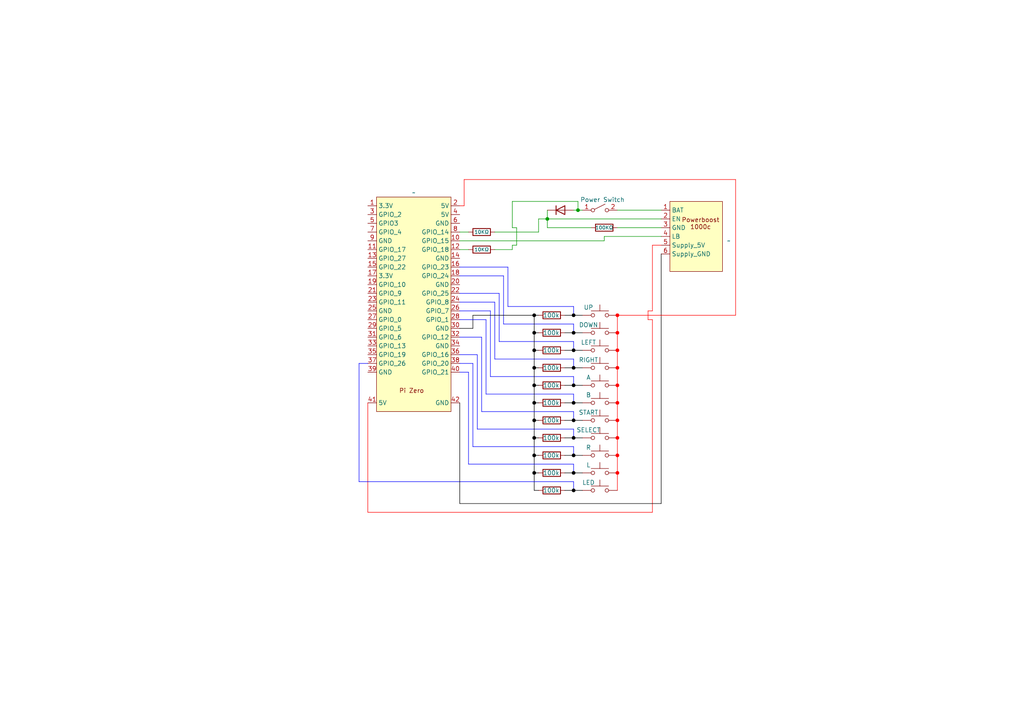
<source format=kicad_sch>
(kicad_sch (version 20231120) (generator "eeschema") (generator_version "8.0")
  (paper "A4")
  (lib_symbols
    (symbol "Device:D" (pin_numbers hide) (pin_names (offset 1.016) hide)
      (property "Reference" "D" (at 0 2.54 0))
      (property "Value" "D" (at 0 -2.54 0))
      (symbol "D_0_1"
        (polyline (pts (xy -1.27 1.27) (xy -1.27 -1.27)) (stroke (width 0.254)))
        (polyline (pts (xy 1.27 0) (xy -1.27 0)))
        (polyline (pts (xy 1.27 1.27) (xy 1.27 -1.27) (xy -1.27 0) (xy 1.27 1.27)) (stroke (width 0.254)))
      )
      (symbol "D_1_1"
        (pin passive line (at -3.81 0 0) (length 2.54) (name "K") (number "1"))
        (pin passive line (at 3.81 0 180) (length 2.54) (name "A") (number "2"))
      )
    )
    (symbol "Device:R" (pin_numbers hide) (pin_names (offset 0))
      (property "Reference" "R" (at 2.032 0 90))
      (property "Value" "R" (at 0 0 90))
      (symbol "R_0_1"
        (rectangle (start -1.016 -2.54) (end 1.016 2.54) (stroke (width 0.254)))
      )
      (symbol "R_1_1"
        (pin passive line (at 0 3.81 270) (length 1.27) (name "~") (number "1"))
        (pin passive line (at 0 -3.81 90) (length 1.27) (name "~") (number "2"))
      )
    )
    (symbol "Switch:SW_DPST_x2" (pin_names (offset 0) hide)
      (property "Reference" "SW" (at 0 3.175 0))
      (property "Value" "SW_DPST_x2" (at 0 -2.54 0))
      (symbol "SW_DPST_x2_0_0"
        (circle (center -2.032 0) (radius 0.508))
        (polyline (pts (xy -1.524 0.254) (xy 1.524 1.778)))
        (circle (center 2.032 0) (radius 0.508))
      )
      (symbol "SW_DPST_x2_1_1"
        (pin passive line (at -5.08 0 0) (length 2.54) (name "A") (number "1"))
        (pin passive line (at 5.08 0 180) (length 2.54) (name "B") (number "2"))
      )
      (symbol "SW_DPST_x2_2_1"
        (pin passive line (at -5.08 0 0) (length 2.54) (name "A") (number "3"))
        (pin passive line (at 5.08 0 180) (length 2.54) (name "B") (number "4"))
      )
    )
    (symbol "Switch:SW_Push" (pin_numbers hide) (pin_names (offset 1.016) hide)
      (property "Reference" "SW" (at 1.27 2.54 0))
      (property "Value" "SW_Push" (at 0 -1.524 0))
      (symbol "SW_Push_0_1"
        (circle (center -2.032 0) (radius 0.508))
        (polyline (pts (xy 0 1.27) (xy 0 3.048)))
        (polyline (pts (xy 2.54 1.27) (xy -2.54 1.27)))
        (circle (center 2.032 0) (radius 0.508))
        (pin passive line (at -5.08 0 0) (length 2.54) (name "1") (number "1"))
        (pin passive line (at 5.08 0 180) (length 2.54) (name "2") (number "2"))
      )
    )
    (symbol "gamepi_sp:pi_zero"
      (property "Reference" "U" (at 0 0 0))
      (symbol "pi_zero_1_1"
        (rectangle (start 0 16.51) (end 21.59 -45.72) (fill (type background)))
        (text "Pi Zero" (at 10.16 -39.624 0) (effects (font (size 1.27 1.27))))
        (pin power_out line (at -2.54 13.97 0) (length 2.54) (name "3.3V") (number "1"))
        (pin bidirectional line (at 24.13 3.81 180) (length 2.54) (name "GPIO_15") (number "10"))
        (pin bidirectional line (at -2.54 1.27 0) (length 2.54) (name "GPIO_17") (number "11"))
        (pin bidirectional line (at 24.13 1.27 180) (length 2.54) (name "GPIO_18") (number "12"))
        (pin bidirectional line (at -2.54 -1.27 0) (length 2.54) (name "GPIO_27") (number "13"))
        (pin power_in line (at 24.13 -1.27 180) (length 2.54) (name "GND") (number "14"))
        (pin bidirectional line (at -2.54 -3.81 0) (length 2.54) (name "GPIO_22") (number "15"))
        (pin bidirectional line (at 24.13 -3.81 180) (length 2.54) (name "GPIO_23") (number "16"))
        (pin power_out line (at -2.54 -6.35 0) (length 2.54) (name "3.3V") (number "17"))
        (pin bidirectional line (at 24.13 -6.35 180) (length 2.54) (name "GPIO_24") (number "18"))
        (pin bidirectional line (at -2.54 -8.89 0) (length 2.54) (name "GPIO_10") (number "19"))
        (pin power_out line (at 24.13 13.97 180) (length 2.54) (name "5V") (number "2"))
        (pin power_in line (at 24.13 -8.89 180) (length 2.54) (name "GND") (number "20"))
        (pin bidirectional line (at -2.54 -11.43 0) (length 2.54) (name "GPIO_9") (number "21"))
        (pin bidirectional line (at 24.13 -11.43 180) (length 2.54) (name "GPIO_25") (number "22"))
        (pin bidirectional line (at -2.54 -13.97 0) (length 2.54) (name "GPIO_11") (number "23"))
        (pin bidirectional line (at 24.13 -13.97 180) (length 2.54) (name "GPIO_8") (number "24"))
        (pin power_in line (at -2.54 -16.51 0) (length 2.54) (name "GND") (number "25"))
        (pin bidirectional line (at 24.13 -16.51 180) (length 2.54) (name "GPIO_7") (number "26"))
        (pin bidirectional line (at -2.54 -19.05 0) (length 2.54) (name "GPIO_0") (number "27"))
        (pin bidirectional line (at 24.13 -19.05 180) (length 2.54) (name "GPIO_1") (number "28"))
        (pin bidirectional line (at -2.54 -21.59 0) (length 2.54) (name "GPIO_5") (number "29"))
        (pin bidirectional line (at -2.54 11.43 0) (length 2.54) (name "GPIO_2") (number "3"))
        (pin power_in line (at 24.13 -21.59 180) (length 2.54) (name "GND") (number "30"))
        (pin bidirectional line (at -2.54 -24.13 0) (length 2.54) (name "GPIO_6") (number "31"))
        (pin bidirectional line (at 24.13 -24.13 180) (length 2.54) (name "GPIO_12") (number "32"))
        (pin bidirectional line (at -2.54 -26.67 0) (length 2.54) (name "GPIO_13") (number "33"))
        (pin power_in line (at 24.13 -26.67 180) (length 2.54) (name "GND") (number "34"))
        (pin bidirectional line (at -2.54 -29.21 0) (length 2.54) (name "GPIO_19") (number "35"))
        (pin bidirectional line (at 24.13 -29.21 180) (length 2.54) (name "GPIO_16") (number "36"))
        (pin bidirectional line (at -2.54 -31.75 0) (length 2.54) (name "GPIO_26") (number "37"))
        (pin bidirectional line (at 24.13 -31.75 180) (length 2.54) (name "GPIO_20") (number "38"))
        (pin power_in line (at -2.54 -34.29 0) (length 2.54) (name "GND") (number "39"))
        (pin power_out line (at 24.13 11.43 180) (length 2.54) (name "5V") (number "4"))
        (pin bidirectional line (at 24.13 -34.29 180) (length 2.54) (name "GPIO_21") (number "40"))
        (pin power_in line (at -2.54 -43.18 0) (length 2.54) (name "5V") (number "41"))
        (pin power_in line (at 24.13 -43.18 180) (length 2.54) (name "GND") (number "42"))
        (pin bidirectional line (at -2.54 8.89 0) (length 2.54) (name "GPIO3") (number "5"))
        (pin power_in line (at 24.13 8.89 180) (length 2.54) (name "GND") (number "6"))
        (pin bidirectional line (at -2.54 6.35 0) (length 2.54) (name "GPIO_4") (number "7"))
        (pin bidirectional line (at 24.13 6.35 180) (length 2.54) (name "GPIO_14") (number "8"))
        (pin power_in line (at -2.54 3.81 0) (length 2.54) (name "GND") (number "9"))
      )
    )
    (symbol "gamepi_sp:powerboost_1000C"
      (property "Reference" "U" (at 0 0 0))
      (symbol "powerboost_1000C_1_1"
        (rectangle (start 0 6.35) (end 15.24 -13.97) (fill (type background)))
        (text "Powerboost\n1000c" (at 8.89 0 0) (effects (font (size 1.27 1.27))))
        (pin bidirectional line (at -2.54 3.81 0) (length 2.54) (name "BAT") (number "1"))
        (pin input line (at -2.54 1.27 0) (length 2.54) (name "EN") (number "2"))
        (pin bidirectional line (at -2.54 -1.27 0) (length 2.54) (name "GND") (number "3"))
        (pin output line (at -2.54 -3.81 0) (length 2.54) (name "LB") (number "4"))
        (pin power_out line (at -2.54 -6.35 0) (length 2.54) (name "Supply_5V") (number "5"))
        (pin power_in line (at -2.54 -8.89 0) (length 2.54) (name "Supply_GND") (number "6"))
      )
    )
  )
  (junction (at 166.37 91.44) (color 0 0 0 1))
  (junction (at 179.07 96.52) (color 255 0 0 1))
  (junction (at 154.94 132.08) (color 0 0 0 1))
  (junction (at 154.94 106.68) (color 0 0 0 1))
  (junction (at 166.37 116.84) (color 0 0 0 1))
  (junction (at 154.94 137.16) (color 0 0 0 1))
  (junction (at 179.07 111.76) (color 255 0 0 1))
  (junction (at 166.37 106.68) (color 0 0 0 1))
  (junction (at 166.37 137.16) (color 0 0 0 1))
  (junction (at 154.94 96.52) (color 0 0 0 1))
  (junction (at 166.37 127) (color 0 0 0 1))
  (junction (at 179.07 121.92) (color 255 0 0 1))
  (junction (at 179.07 106.68) (color 255 0 0 1))
  (junction (at 179.07 91.44) (color 255 0 0 1))
  (junction (at 154.94 101.6) (color 0 0 0 1))
  (junction (at 166.37 111.76) (color 0 0 0 1))
  (junction (at 166.37 142.24) (color 0 0 0 1))
  (junction (at 154.94 116.84) (color 0 0 0 1))
  (junction (at 166.37 132.08) (color 0 0 0 1))
  (junction (at 154.94 111.76) (color 0 0 0 1))
  (junction (at 179.07 101.6) (color 255 0 0 1))
  (junction (at 179.07 132.08) (color 255 0 0 1))
  (junction (at 154.94 91.44) (color 0 0 0 1))
  (junction (at 179.07 116.84) (color 255 0 0 1))
  (junction (at 158.75 63.5))
  (junction (at 166.37 96.52) (color 0 0 0 1))
  (junction (at 179.07 137.16) (color 255 0 0 1))
  (junction (at 166.37 101.6) (color 0 0 0 1))
  (junction (at 166.37 121.92) (color 0 0 0 1))
  (junction (at 179.07 127) (color 255 0 0 1))
  (junction (at 154.94 121.92) (color 0 0 0 1))
  (junction (at 154.94 127) (color 0 0 0 1))
  (junction (at 167.64 60.96))
  (wire (pts (xy 154.94 121.92) (xy 154.94 116.84)) (stroke (width 0) (color 0 0 0 1)))
  (wire (pts (xy 149.86 71.12) (xy 149.86 66.04)))
  (wire (pts (xy 166.37 129.54) (xy 166.37 132.08)) (stroke (width 0) (color 0 0 255 1)))
  (wire (pts (xy 166.37 93.98) (xy 166.37 96.52)) (stroke (width 0) (color 0 0 255 1)))
  (wire (pts (xy 133.35 72.39) (xy 135.89 72.39)))
  (wire (pts (xy 166.37 137.16) (xy 168.91 137.16)) (stroke (width 0) (color 0 0 0 1)))
  (wire (pts (xy 154.94 106.68) (xy 154.94 101.6)) (stroke (width 0) (color 0 0 0 1)))
  (wire (pts (xy 104.14 139.7) (xy 104.14 105.41)) (stroke (width 0) (color 0 0 255 1)))
  (wire (pts (xy 166.37 93.98) (xy 146.05 93.98)) (stroke (width 0) (color 0 0 255 1)))
  (wire (pts (xy 175.26 68.58) (xy 191.77 68.58)))
  (wire (pts (xy 133.35 67.31) (xy 135.89 67.31)))
  (wire (pts (xy 147.32 88.9) (xy 147.32 77.47)) (stroke (width 0) (color 0 0 255 1)))
  (wire (pts (xy 154.94 116.84) (xy 154.94 111.76)) (stroke (width 0) (color 0 0 0 1)))
  (wire (pts (xy 163.83 121.92) (xy 166.37 121.92)) (stroke (width 0) (color 0 0 0 1)))
  (wire (pts (xy 189.23 90.17) (xy 187.96 90.17)) (stroke (width 0) (color 255 0 0 1)))
  (wire (pts (xy 143.51 104.14) (xy 143.51 87.63)) (stroke (width 0) (color 0 0 255 1)))
  (wire (pts (xy 166.37 129.54) (xy 137.16 129.54)) (stroke (width 0) (color 0 0 255 1)))
  (wire (pts (xy 154.94 127) (xy 156.21 127)) (stroke (width 0) (color 0 0 0 1)))
  (wire (pts (xy 166.37 134.62) (xy 166.37 137.16)) (stroke (width 0) (color 0 0 255 1)))
  (wire (pts (xy 154.94 132.08) (xy 154.94 137.16)) (stroke (width 0) (color 0 0 0 1)))
  (wire (pts (xy 135.89 107.95) (xy 133.35 107.95)) (stroke (width 0) (color 0 0 255 1)))
  (wire (pts (xy 154.94 111.76) (xy 154.94 106.68)) (stroke (width 0) (color 0 0 0 1)))
  (wire (pts (xy 166.37 134.62) (xy 135.89 134.62)) (stroke (width 0) (color 0 0 255 1)))
  (wire (pts (xy 166.37 119.38) (xy 139.7 119.38)) (stroke (width 0) (color 0 0 255 1)))
  (wire (pts (xy 179.07 60.96) (xy 191.77 60.96)))
  (wire (pts (xy 179.07 91.44) (xy 179.07 96.52)) (stroke (width 0) (color 255 0 0 1)))
  (wire (pts (xy 138.43 102.87) (xy 133.35 102.87)) (stroke (width 0) (color 0 0 255 1)))
  (wire (pts (xy 166.37 109.22) (xy 166.37 111.76)) (stroke (width 0) (color 0 0 255 1)))
  (wire (pts (xy 179.07 106.68) (xy 179.07 111.76)) (stroke (width 0) (color 255 0 0 1)))
  (wire (pts (xy 148.59 66.04) (xy 148.59 58.42)))
  (wire (pts (xy 166.37 104.14) (xy 143.51 104.14)) (stroke (width 0) (color 0 0 255 1)))
  (wire (pts (xy 135.89 134.62) (xy 135.89 107.95)) (stroke (width 0) (color 0 0 255 1)))
  (wire (pts (xy 167.64 58.42) (xy 167.64 60.96)))
  (wire (pts (xy 137.16 105.41) (xy 133.35 105.41)) (stroke (width 0) (color 0 0 255 1)))
  (wire (pts (xy 139.7 97.79) (xy 133.35 97.79)) (stroke (width 0) (color 0 0 255 1)))
  (wire (pts (xy 163.83 96.52) (xy 166.37 96.52)) (stroke (width 0) (color 0 0 0 1)))
  (wire (pts (xy 166.37 119.38) (xy 166.37 121.92)) (stroke (width 0) (color 0 0 255 1)))
  (wire (pts (xy 156.21 91.44) (xy 154.94 91.44)) (stroke (width 0) (color 0 0 0 1)))
  (wire (pts (xy 166.37 101.6) (xy 168.91 101.6)) (stroke (width 0) (color 0 0 0 1)))
  (wire (pts (xy 146.05 80.01) (xy 133.35 80.01)) (stroke (width 0) (color 0 0 255 1)))
  (wire (pts (xy 154.94 101.6) (xy 156.21 101.6)) (stroke (width 0) (color 0 0 0 1)))
  (wire (pts (xy 166.37 99.06) (xy 144.78 99.06)) (stroke (width 0) (color 0 0 255 1)))
  (wire (pts (xy 144.78 99.06) (xy 144.78 85.09)) (stroke (width 0) (color 0 0 255 1)))
  (wire (pts (xy 166.37 91.44) (xy 166.37 88.9)) (stroke (width 0) (color 0 0 255 1)))
  (wire (pts (xy 179.07 127) (xy 179.07 132.08)) (stroke (width 0) (color 255 0 0 1)))
  (wire (pts (xy 179.07 111.76) (xy 179.07 116.84)) (stroke (width 0) (color 255 0 0 1)))
  (wire (pts (xy 104.14 139.7) (xy 166.37 139.7)) (stroke (width 0) (color 0 0 255 1)))
  (wire (pts (xy 154.94 91.44) (xy 137.16 91.44)) (stroke (width 0) (color 0 0 0 1)))
  (wire (pts (xy 175.26 68.58) (xy 175.26 69.85)))
  (wire (pts (xy 213.36 52.07) (xy 213.36 91.44)) (stroke (width 0) (color 255 0 0 1)))
  (wire (pts (xy 134.62 52.07) (xy 213.36 52.07)) (stroke (width 0) (color 255 0 0 1)))
  (wire (pts (xy 166.37 91.44) (xy 168.91 91.44)) (stroke (width 0) (color 0 0 0 1)))
  (wire (pts (xy 163.83 137.16) (xy 166.37 137.16)) (stroke (width 0) (color 0 0 0 1)))
  (wire (pts (xy 166.37 142.24) (xy 168.91 142.24)) (stroke (width 0) (color 0 0 0 1)))
  (wire (pts (xy 179.07 101.6) (xy 179.07 106.68)) (stroke (width 0) (color 255 0 0 1)))
  (wire (pts (xy 143.51 87.63) (xy 133.35 87.63)) (stroke (width 0) (color 0 0 255 1)))
  (wire (pts (xy 142.24 109.22) (xy 142.24 90.17)) (stroke (width 0) (color 0 0 255 1)))
  (wire (pts (xy 179.07 121.92) (xy 179.07 127)) (stroke (width 0) (color 255 0 0 1)))
  (wire (pts (xy 138.43 124.46) (xy 138.43 102.87)) (stroke (width 0) (color 0 0 255 1)))
  (wire (pts (xy 156.21 137.16) (xy 154.94 137.16)) (stroke (width 0) (color 0 0 0 1)))
  (wire (pts (xy 166.37 124.46) (xy 166.37 127)) (stroke (width 0) (color 0 0 255 1)))
  (wire (pts (xy 179.07 132.08) (xy 179.07 137.16)) (stroke (width 0) (color 255 0 0 1)))
  (wire (pts (xy 154.94 101.6) (xy 154.94 96.52)) (stroke (width 0) (color 0 0 0 1)))
  (wire (pts (xy 163.83 91.44) (xy 166.37 91.44)) (stroke (width 0) (color 0 0 0 1)))
  (wire (pts (xy 166.37 60.96) (xy 167.64 60.96)))
  (wire (pts (xy 166.37 109.22) (xy 142.24 109.22)) (stroke (width 0) (color 0 0 255 1)))
  (wire (pts (xy 187.96 92.71) (xy 189.23 92.71)) (stroke (width 0) (color 255 0 0 1)))
  (wire (pts (xy 154.94 142.24) (xy 154.94 137.16)) (stroke (width 0) (color 0 0 0 1)))
  (wire (pts (xy 189.23 92.71) (xy 189.23 148.59)) (stroke (width 0) (color 255 0 0 1)))
  (wire (pts (xy 166.37 111.76) (xy 168.91 111.76)) (stroke (width 0) (color 0 0 0 1)))
  (wire (pts (xy 171.45 66.04) (xy 158.75 66.04)))
  (wire (pts (xy 154.94 111.76) (xy 156.21 111.76)) (stroke (width 0) (color 0 0 0 1)))
  (wire (pts (xy 154.94 121.92) (xy 156.21 121.92)) (stroke (width 0) (color 0 0 0 1)))
  (wire (pts (xy 154.94 127) (xy 154.94 121.92)) (stroke (width 0) (color 0 0 0 1)))
  (wire (pts (xy 154.94 127) (xy 154.94 132.08)) (stroke (width 0) (color 0 0 0 1)))
  (wire (pts (xy 187.96 90.17) (xy 187.96 92.71)) (stroke (width 0) (color 255 0 0 1)))
  (wire (pts (xy 156.21 67.31) (xy 156.21 63.5)))
  (wire (pts (xy 154.94 96.52) (xy 156.21 96.52)) (stroke (width 0) (color 0 0 0 1)))
  (wire (pts (xy 146.05 93.98) (xy 146.05 80.01)) (stroke (width 0) (color 0 0 255 1)))
  (wire (pts (xy 149.86 66.04) (xy 148.59 66.04)))
  (wire (pts (xy 137.16 129.54) (xy 137.16 105.41)) (stroke (width 0) (color 0 0 255 1)))
  (wire (pts (xy 191.77 71.12) (xy 189.23 71.12)) (stroke (width 0) (color 255 0 0 1)))
  (wire (pts (xy 179.07 96.52) (xy 179.07 101.6)) (stroke (width 0) (color 255 0 0 1)))
  (wire (pts (xy 179.07 137.16) (xy 179.07 142.24)) (stroke (width 0) (color 255 0 0 1)))
  (wire (pts (xy 104.14 105.41) (xy 106.68 105.41)) (stroke (width 0) (color 0 0 255 1)))
  (wire (pts (xy 189.23 71.12) (xy 189.23 90.17)) (stroke (width 0) (color 255 0 0 1)))
  (wire (pts (xy 158.75 63.5) (xy 158.75 66.04)))
  (wire (pts (xy 142.24 90.17) (xy 133.35 90.17)) (stroke (width 0) (color 0 0 255 1)))
  (wire (pts (xy 191.77 146.05) (xy 133.35 146.05)) (stroke (width 0) (color 0 0 0 1)))
  (wire (pts (xy 191.77 73.66) (xy 191.77 146.05)) (stroke (width 0) (color 0 0 0 1)))
  (wire (pts (xy 166.37 124.46) (xy 138.43 124.46)) (stroke (width 0) (color 0 0 255 1)))
  (wire (pts (xy 179.07 116.84) (xy 179.07 121.92)) (stroke (width 0) (color 255 0 0 1)))
  (wire (pts (xy 166.37 106.68) (xy 168.91 106.68)) (stroke (width 0) (color 0 0 0 1)))
  (wire (pts (xy 137.16 95.25) (xy 133.35 95.25)) (stroke (width 0) (color 0 0 0 1)))
  (wire (pts (xy 213.36 91.44) (xy 179.07 91.44)) (stroke (width 0) (color 255 0 0 1)))
  (wire (pts (xy 143.51 72.39) (xy 148.59 72.39)))
  (wire (pts (xy 148.59 58.42) (xy 167.64 58.42)))
  (wire (pts (xy 166.37 114.3) (xy 166.37 116.84)) (stroke (width 0) (color 0 0 255 1)))
  (wire (pts (xy 179.07 66.04) (xy 191.77 66.04)))
  (wire (pts (xy 166.37 88.9) (xy 147.32 88.9)) (stroke (width 0) (color 0 0 255 1)))
  (wire (pts (xy 166.37 121.92) (xy 168.91 121.92)) (stroke (width 0) (color 0 0 0 1)))
  (wire (pts (xy 189.23 148.59) (xy 106.68 148.59)) (stroke (width 0) (color 255 0 0 1)))
  (wire (pts (xy 154.94 116.84) (xy 156.21 116.84)) (stroke (width 0) (color 0 0 0 1)))
  (wire (pts (xy 166.37 104.14) (xy 166.37 106.68)) (stroke (width 0) (color 0 0 255 1)))
  (wire (pts (xy 166.37 139.7) (xy 166.37 142.24)) (stroke (width 0) (color 0 0 255 1)))
  (wire (pts (xy 154.94 96.52) (xy 154.94 91.44)) (stroke (width 0) (color 0 0 0 1)))
  (wire (pts (xy 156.21 142.24) (xy 154.94 142.24)) (stroke (width 0) (color 0 0 0 1)))
  (wire (pts (xy 163.83 111.76) (xy 166.37 111.76)) (stroke (width 0) (color 0 0 0 1)))
  (wire (pts (xy 166.37 116.84) (xy 168.91 116.84)) (stroke (width 0) (color 0 0 0 1)))
  (wire (pts (xy 140.97 114.3) (xy 140.97 92.71)) (stroke (width 0) (color 0 0 255 1)))
  (wire (pts (xy 134.62 59.69) (xy 134.62 52.07)) (stroke (width 0) (color 255 0 0 1)))
  (wire (pts (xy 148.59 72.39) (xy 148.59 71.12)))
  (wire (pts (xy 163.83 116.84) (xy 166.37 116.84)) (stroke (width 0) (color 0 0 0 1)))
  (wire (pts (xy 167.64 60.96) (xy 168.91 60.96)))
  (wire (pts (xy 166.37 127) (xy 168.91 127)) (stroke (width 0) (color 0 0 0 1)))
  (wire (pts (xy 163.83 101.6) (xy 166.37 101.6)) (stroke (width 0) (color 0 0 0 1)))
  (wire (pts (xy 166.37 96.52) (xy 168.91 96.52)) (stroke (width 0) (color 0 0 0 1)))
  (wire (pts (xy 139.7 119.38) (xy 139.7 97.79)) (stroke (width 0) (color 0 0 255 1)))
  (wire (pts (xy 148.59 71.12) (xy 149.86 71.12)))
  (wire (pts (xy 140.97 92.71) (xy 133.35 92.71)) (stroke (width 0) (color 0 0 255 1)))
  (wire (pts (xy 144.78 85.09) (xy 133.35 85.09)) (stroke (width 0) (color 0 0 255 1)))
  (wire (pts (xy 175.26 69.85) (xy 133.35 69.85)))
  (wire (pts (xy 156.21 63.5) (xy 158.75 63.5)))
  (wire (pts (xy 166.37 99.06) (xy 166.37 101.6)) (stroke (width 0) (color 0 0 255 1)))
  (wire (pts (xy 147.32 77.47) (xy 133.35 77.47)) (stroke (width 0) (color 0 0 255 1)))
  (wire (pts (xy 106.68 148.59) (xy 106.68 116.84)) (stroke (width 0) (color 255 0 0 1)))
  (wire (pts (xy 154.94 132.08) (xy 156.21 132.08)) (stroke (width 0) (color 0 0 0 1)))
  (wire (pts (xy 163.83 127) (xy 166.37 127)) (stroke (width 0) (color 0 0 0 1)))
  (wire (pts (xy 137.16 91.44) (xy 137.16 95.25)) (stroke (width 0) (color 0 0 0 1)))
  (wire (pts (xy 163.83 106.68) (xy 166.37 106.68)) (stroke (width 0) (color 0 0 0 1)))
  (wire (pts (xy 158.75 60.96) (xy 158.75 63.5)))
  (wire (pts (xy 158.75 63.5) (xy 191.77 63.5)))
  (wire (pts (xy 154.94 106.68) (xy 156.21 106.68)) (stroke (width 0) (color 0 0 0 1)))
  (wire (pts (xy 163.83 132.08) (xy 166.37 132.08)) (stroke (width 0) (color 0 0 0 1)))
  (wire (pts (xy 143.51 67.31) (xy 156.21 67.31)))
  (wire (pts (xy 134.62 59.69) (xy 133.35 59.69)) (stroke (width 0) (color 255 0 0 1)))
  (wire (pts (xy 163.83 142.24) (xy 166.37 142.24)) (stroke (width 0) (color 0 0 0 1)))
  (wire (pts (xy 166.37 114.3) (xy 140.97 114.3)) (stroke (width 0) (color 0 0 255 1)))
  (wire (pts (xy 133.35 146.05) (xy 133.35 116.84)) (stroke (width 0) (color 0 0 0 1)))
  (wire (pts (xy 166.37 132.08) (xy 168.91 132.08)) (stroke (width 0) (color 0 0 0 1)))
  (symbol (lib_id "Switch:SW_Push") (at 173.99 106.68 0) (unit 1)
    (property "Reference" "SW5" (effects (hide yes)))
    (property "Value" "RIGHT" (at 170.688 104.394 0))
    (property "Footprint" "Button_Switch_THT:SW_PUSH_6mm" (effects (hide yes)))
    (property "Description" "Push button switch, generic, two pins" (effects (hide yes)))
  )
  (symbol (lib_id "Device:R") (at 139.7 72.39 90) (unit 1)
    (property "Reference" "R3" (effects (hide yes)))
    (property "Value" "10KΩ" (at 139.7 72.39 90) (effects (font (size 1.016 1.016))))
    (property "Footprint" "Resistor_SMD:R_0201_0603Metric" (effects (hide yes)))
    (property "Description" "Resistor" (effects (hide yes)))
  )
  (symbol (lib_id "Switch:SW_Push") (at 173.99 101.6 0) (unit 1)
    (property "Reference" "SW4" (effects (hide yes)))
    (property "Value" "LEFT" (at 170.688 99.314 0))
    (property "Footprint" "Button_Switch_THT:SW_PUSH_6mm" (effects (hide yes)))
    (property "Description" "Push button switch, generic, two pins" (effects (hide yes)))
  )
  (symbol (lib_id "Switch:SW_Push") (at 173.99 96.52 0) (unit 1)
    (property "Reference" "SW3" (effects (hide yes)))
    (property "Value" "DOWN" (at 170.688 94.234 0))
    (property "Footprint" "Button_Switch_THT:SW_PUSH_6mm" (effects (hide yes)))
    (property "Description" "Push button switch, generic, two pins" (effects (hide yes)))
  )
  (symbol (lib_id "Device:D") (at 162.56 60.96 0) (unit 1)
    (property "Reference" "D1" (effects (hide yes)))
    (property "Value" "D" (effects (hide yes)))
    (property "Footprint" "Resistor_SMD:R_0201_0603Metric" (effects (hide yes)))
    (property "Description" "Diode" (effects (hide yes)))
    (property "Sim.Device" "D" (effects (hide yes)))
    (property "Sim.Pins" "1=K 2=A" (effects (hide yes)))
  )
  (symbol (lib_id "Switch:SW_Push") (at 173.99 127 0) (unit 1)
    (property "Reference" "SW9" (effects (hide yes)))
    (property "Value" "SELECT" (at 170.688 124.714 0))
    (property "Footprint" "Button_Switch_THT:SW_PUSH_6mm" (effects (hide yes)))
    (property "Description" "Push button switch, generic, two pins" (effects (hide yes)))
  )
  (symbol (lib_id "Device:R") (at 160.02 132.08 270) (unit 1)
    (property "Reference" "R13" (effects (hide yes)))
    (property "Value" "100k" (at 162.306 132.08 90) (effects (justify right)))
    (property "Footprint" "Resistor_SMD:R_0201_0603Metric" (effects (hide yes)))
    (property "Description" "Resistor" (effects (hide yes)))
  )
  (symbol (lib_id "Device:R") (at 160.02 96.52 270) (unit 1)
    (property "Reference" "R7" (effects (hide yes)))
    (property "Value" "100k" (at 162.306 96.52 90) (effects (justify right)))
    (property "Footprint" "Resistor_SMD:R_0201_0603Metric" (effects (hide yes)))
    (property "Description" "Resistor" (effects (hide yes)))
  )
  (symbol (lib_id "Device:R") (at 160.02 116.84 270) (unit 1)
    (property "Reference" "R10" (effects (hide yes)))
    (property "Value" "100k" (at 162.306 116.84 90) (effects (justify right)))
    (property "Footprint" "Resistor_SMD:R_0201_0603Metric" (effects (hide yes)))
    (property "Description" "Resistor" (effects (hide yes)))
  )
  (symbol (lib_id "Switch:SW_Push") (at 173.99 116.84 0) (unit 1)
    (property "Reference" "SW7" (effects (hide yes)))
    (property "Value" "B" (at 170.688 114.554 0))
    (property "Footprint" "Button_Switch_THT:SW_PUSH_6mm" (effects (hide yes)))
    (property "Description" "Push button switch, generic, two pins" (effects (hide yes)))
  )
  (symbol (lib_id "Device:R") (at 160.02 121.92 270) (unit 1)
    (property "Reference" "R9" (effects (hide yes)))
    (property "Value" "100k" (at 162.306 121.92 90) (effects (justify right)))
    (property "Footprint" "Resistor_SMD:R_0201_0603Metric" (effects (hide yes)))
    (property "Description" "Resistor" (effects (hide yes)))
  )
  (symbol (lib_id "Device:R") (at 139.7 67.31 90) (unit 1)
    (property "Reference" "R2" (effects (hide yes)))
    (property "Value" "10KΩ" (at 139.7 67.31 90) (effects (font (size 1.016 1.016))))
    (property "Footprint" "Resistor_SMD:R_0201_0603Metric" (effects (hide yes)))
    (property "Description" "Resistor" (effects (hide yes)))
  )
  (symbol (lib_id "Device:R") (at 160.02 106.68 270) (unit 1)
    (property "Reference" "R5" (effects (hide yes)))
    (property "Value" "100k" (at 162.306 106.68 90) (effects (justify right)))
    (property "Footprint" "Resistor_SMD:R_0201_0603Metric" (effects (hide yes)))
    (property "Description" "Resistor" (effects (hide yes)))
  )
  (symbol (lib_id "Switch:SW_Push") (at 173.99 132.08 0) (unit 1)
    (property "Reference" "SW10" (effects (hide yes)))
    (property "Value" "R" (at 170.688 129.794 0))
    (property "Footprint" "Button_Switch_THT:SW_PUSH_6mm" (effects (hide yes)))
    (property "Description" "Push button switch, generic, two pins" (effects (hide yes)))
  )
  (symbol (lib_id "Device:R") (at 160.02 101.6 270) (unit 1)
    (property "Reference" "R6" (effects (hide yes)))
    (property "Value" "100k" (at 162.306 101.6 90) (effects (justify right)))
    (property "Footprint" "Resistor_SMD:R_0201_0603Metric" (effects (hide yes)))
    (property "Description" "Resistor" (effects (hide yes)))
  )
  (symbol (lib_id "Switch:SW_Push") (at 173.99 91.44 0) (unit 1)
    (property "Reference" "SW2" (effects (hide yes)))
    (property "Value" "UP" (at 170.688 89.154 0))
    (property "Footprint" "Button_Switch_THT:SW_PUSH_6mm" (effects (hide yes)))
    (property "Description" "Push button switch, generic, two pins" (effects (hide yes)))
  )
  (symbol (lib_id "gamepi_sp:pi_zero") (at 109.22 73.66 0) (unit 1)
    (property "Reference" "U1" (effects (hide yes)))
    (property "Value" "~" (at 120.015 55.88 0))
    (property "Footprint" "gamepi_sp:pi_zero_pcb_pins" (effects (hide yes)))
  )
  (symbol (lib_id "Switch:SW_Push") (at 173.99 137.16 0) (unit 1)
    (property "Reference" "SW11" (effects (hide yes)))
    (property "Value" "L" (at 170.688 134.874 0))
    (property "Footprint" "Button_Switch_THT:SW_PUSH_6mm" (effects (hide yes)))
    (property "Description" "Push button switch, generic, two pins" (effects (hide yes)))
  )
  (symbol (lib_id "Device:R") (at 175.26 66.04 90) (unit 1)
    (property "Reference" "R1" (effects (hide yes)))
    (property "Value" "100KΩ" (at 175.26 66.04 90) (effects (font (size 1.016 1.016))))
    (property "Footprint" "Resistor_SMD:R_0201_0603Metric" (effects (hide yes)))
    (property "Description" "Resistor" (effects (hide yes)))
  )
  (symbol (lib_id "Switch:SW_Push") (at 173.99 111.76 0) (unit 1)
    (property "Reference" "SW6" (effects (hide yes)))
    (property "Value" "A" (at 170.688 109.474 0))
    (property "Footprint" "Button_Switch_THT:SW_PUSH_6mm" (effects (hide yes)))
    (property "Description" "Push button switch, generic, two pins" (effects (hide yes)))
  )
  (symbol (lib_id "Device:R") (at 160.02 127 270) (unit 1)
    (property "Reference" "R8" (effects (hide yes)))
    (property "Value" "100k" (at 162.306 127 90) (effects (justify right)))
    (property "Footprint" "Resistor_SMD:R_0201_0603Metric" (effects (hide yes)))
    (property "Description" "Resistor" (effects (hide yes)))
  )
  (symbol (lib_id "Switch:SW_Push") (at 173.99 121.92 0) (unit 1)
    (property "Reference" "SW8" (effects (hide yes)))
    (property "Value" "START" (at 170.688 119.634 0))
    (property "Footprint" "Button_Switch_THT:SW_PUSH_6mm" (effects (hide yes)))
    (property "Description" "Push button switch, generic, two pins" (effects (hide yes)))
  )
  (symbol (lib_id "Device:R") (at 160.02 91.44 270) (unit 1)
    (property "Reference" "R12" (effects (hide yes)))
    (property "Value" "100k" (at 162.306 91.44 90) (effects (justify right)))
    (property "Footprint" "Resistor_SMD:R_0201_0603Metric" (effects (hide yes)))
    (property "Description" "Resistor" (effects (hide yes)))
  )
  (symbol (lib_id "Device:R") (at 160.02 137.16 270) (unit 1)
    (property "Reference" "R14" (effects (hide yes)))
    (property "Value" "100k" (at 162.306 137.16 90) (effects (justify right)))
    (property "Footprint" "Resistor_SMD:R_0201_0603Metric" (effects (hide yes)))
    (property "Description" "Resistor" (effects (hide yes)))
  )
  (symbol (lib_id "Switch:SW_DPST_x2") (at 173.99 60.96 0) (unit 1)
    (property "Reference" "SW12" (effects (hide yes)))
    (property "Value" "Power Switch" (at 174.752 57.912 0))
    (property "Footprint" "Button_Switch_THT:SW_E-Switch_EG1271_SPDT" (effects (hide yes)))
    (property "Description" "Single Pole Single Throw (SPST) switch, separate symbol" (effects (hide yes)))
  )
  (symbol (lib_id "gamepi_sp:powerboost_1000C") (at 194.31 64.77 0) (unit 1)
    (property "Reference" "U2" (effects (hide yes)))
    (property "Value" "~" (at 210.82 69.85 0) (effects (justify left)))
    (property "Footprint" "gamepi_sp:powerboost_1000C_pins" (effects (hide yes)))
  )
  (symbol (lib_id "Device:R") (at 160.02 142.24 270) (unit 1)
    (property "Reference" "R4" (effects (hide yes)))
    (property "Value" "100k" (at 162.306 142.24 90) (effects (justify right)))
    (property "Footprint" "Resistor_SMD:R_0201_0603Metric" (effects (hide yes)))
    (property "Description" "Resistor" (effects (hide yes)))
  )
  (symbol (lib_id "Device:R") (at 160.02 111.76 270) (unit 1)
    (property "Reference" "R11" (effects (hide yes)))
    (property "Value" "100k" (at 162.306 111.76 90) (effects (justify right)))
    (property "Footprint" "Resistor_SMD:R_0201_0603Metric" (effects (hide yes)))
    (property "Description" "Resistor" (effects (hide yes)))
  )
  (symbol (lib_id "Switch:SW_Push") (at 173.99 142.24 0) (unit 1)
    (property "Reference" "SW1" (effects (hide yes)))
    (property "Value" "LED" (at 170.688 139.954 0))
    (property "Footprint" "Button_Switch_THT:SW_PUSH_6mm" (effects (hide yes)))
    (property "Description" "Push button switch, generic, two pins" (effects (hide yes)))
  )
)
</source>
